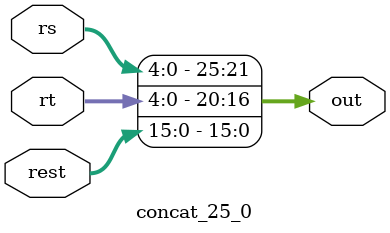
<source format=v>
module concat_25_0 (input wire [4:0] rs, input wire [4:0] rt, input wire [15:0] rest, output wire [25:0] out);

assign out = {rs,rt,rest};

endmodule
</source>
